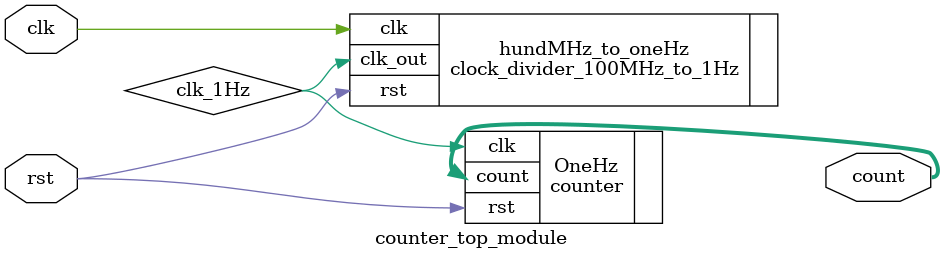
<source format=v>
module counter_top_module (
    input clk,
    input rst,
    output [3:0] count

);

//Internal Signals
wire clk_1Hz;

//Instantiate the clock divider module
clock_divider_100MHz_to_1Hz hundMHz_to_oneHz(
    .rst(rst),
    .clk(clk),
    .clk_out(clk_1Hz)
);

//Instantiate the counter module
counter OneHz(
    .clk(clk_1Hz),
    .rst(rst),
    .count(count)
);
    
endmodule
</source>
